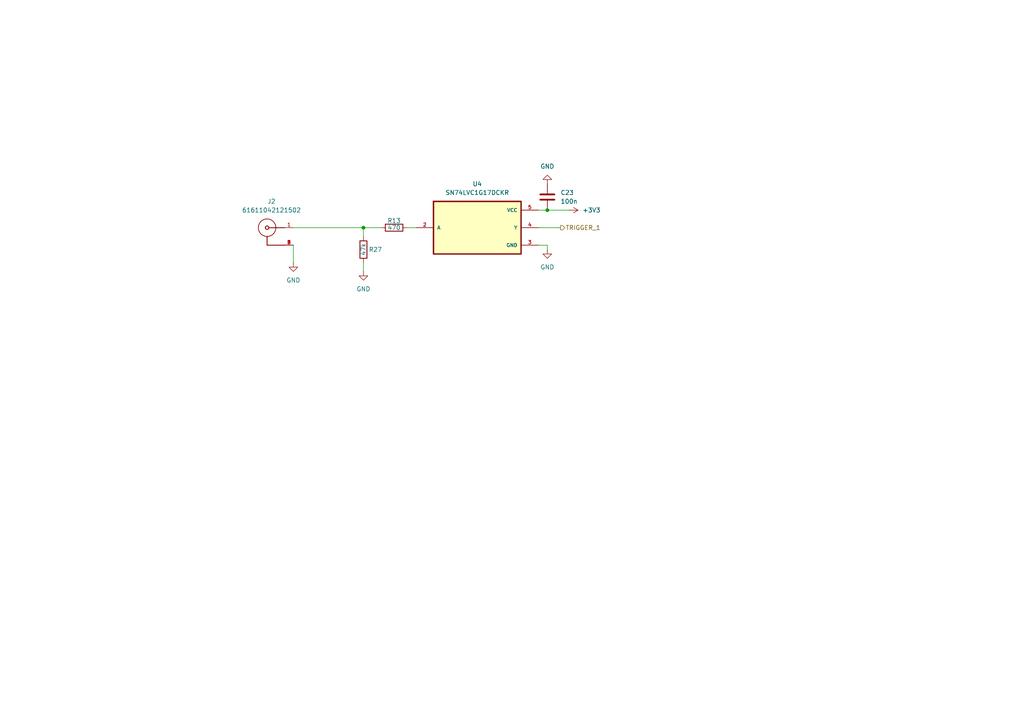
<source format=kicad_sch>
(kicad_sch (version 20250114) (generator "eeschema") (generator_version "9.0")
  (paper "A4")
  (title_block (title "OpenSync Input Trigger Ports") (date "2025-10-31") (rev "0.1") (company "OpenPIV Consortium") (comment 1 "Input ports for external triggers"))
  (lib_symbols
    (symbol "61611042121502:61611042121502" (pin_names (offset 1.016))
      (property "Reference" "J" (at 0 3.54 0))
      (property "Value" "61611042121502" (at -5.08 -8.08 0))
      (symbol "61611042121502_0_0"
        (circle (center 0 0) (radius 0.5) (stroke (width 0.254)))
        (circle (center 0 0) (radius 2.54) (stroke (width 0.2)))
        (polyline (pts (xy 0 -2.54) (xy 0 -5.08)) (stroke (width 0.254)))
        (polyline (pts (xy 0 -5.08) (xy 5.08 -5.08)) (stroke (width 0.254)))
        (polyline (pts (xy 5.08 0) (xy 0.54 0)) (stroke (width 0.254)))
        (pin passive line (at 7.62 0 180) (length 2.54) (name "~") (number "1"))
        (pin passive line (at 7.62 -5.08 180) (length 2.54) (name "~") (number "2"))
        (pin passive line (at 7.62 -5.08 180) (length 2.54) (name "~") (number "3"))
        (pin passive line (at 7.62 -5.08 180) (length 2.54) (name "~") (number "4"))
        (pin passive line (at 7.62 -5.08 180) (length 2.54) (name "~") (number "5"))
      )
    )
    (symbol "Device:C" (pin_numbers (hide yes)) (pin_names (offset 0.254))
      (property "Reference" "C" (at 0.635 2.54 0))
      (property "Value" "C" (at 0.635 -2.54 0))
      (symbol "C_0_1"
        (polyline (pts (xy -2.032 0.762) (xy 2.032 0.762)) (stroke (width 0.508)))
        (polyline (pts (xy -2.032 -0.762) (xy 2.032 -0.762)) (stroke (width 0.508)))
      )
      (symbol "C_1_1"
        (pin passive line (at 0 3.81 270) (length 2.794) (name "~") (number "1"))
        (pin passive line (at 0 -3.81 90) (length 2.794) (name "~") (number "2"))
      )
    )
    (symbol "Device:R" (pin_numbers (hide yes)) (pin_names (offset 0))
      (property "Reference" "R" (at 2.032 0 90))
      (property "Value" "R" (at 0 0 90))
      (symbol "R_0_1"
        (rectangle (start -1.016 -2.54) (end 1.016 2.54) (stroke (width 0.254)))
      )
      (symbol "R_1_1"
        (pin passive line (at 0 3.81 270) (length 1.27) (name "~") (number "1"))
        (pin passive line (at 0 -3.81 90) (length 1.27) (name "~") (number "2"))
      )
    )
    (symbol "SN74LVC1G17DCKR:SN74LVC1G17DCKR" (pin_names (offset 1.016))
      (property "Reference" "U" (at -12.7 8.62 0))
      (property "Value" "SN74LVC1G17DCKR" (at -12.7 -11.62 0))
      (symbol "SN74LVC1G17DCKR_0_0"
        (rectangle (start -12.7 -7.62) (end 12.7 7.62) (stroke (width 0.41)) (fill (type background)))
        (pin input line (at -17.78 0 0) (length 5.08) (name "A") (number "2"))
        (pin power_in line (at 17.78 5.08 180) (length 5.08) (name "VCC") (number "5"))
        (pin output line (at 17.78 0 180) (length 5.08) (name "Y") (number "4"))
        (pin power_in line (at 17.78 -5.08 180) (length 5.08) (name "GND") (number "3"))
      )
    )
    (symbol "power:+3V3" (power) (pin_numbers (hide yes)) (pin_names (offset 0) (hide yes))
      (property "Value" "+3V3" (at 0 3.556 0))
      (symbol "+3V3_0_1"
        (polyline (pts (xy -0.762 1.27) (xy 0 2.54)))
        (polyline (pts (xy 0 2.54) (xy 0.762 1.27)))
        (polyline (pts (xy 0 0) (xy 0 2.54)))
      )
      (symbol "+3V3_1_1"
        (pin power_in line (at 0 0 90) (length 0) (name "~") (number "1"))
      )
    )
    (symbol "power:GND" (power) (pin_numbers (hide yes)) (pin_names (offset 0) (hide yes))
      (property "Value" "GND" (at 0 -3.81 0))
      (symbol "GND_0_1"
        (polyline (pts (xy 0 0) (xy 0 -1.27) (xy 1.27 -1.27) (xy 0 -2.54) (xy -1.27 -1.27) (xy 0 -1.27)))
      )
      (symbol "GND_1_1"
        (pin power_in line (at 0 0 270) (length 0) (name "~") (number "1"))
      )
    )
  )
  (junction (at 158.75 60.96))
  (junction (at 105.41 66.04))
  (wire (pts (xy 158.75 72.39) (xy 158.75 71.12)))
  (wire (pts (xy 85.09 66.04) (xy 105.41 66.04)))
  (wire (pts (xy 156.21 60.96) (xy 158.75 60.96)))
  (wire (pts (xy 158.75 71.12) (xy 156.21 71.12)))
  (wire (pts (xy 105.41 76.2) (xy 105.41 78.74)))
  (wire (pts (xy 118.11 66.04) (xy 120.65 66.04)))
  (wire (pts (xy 110.49 66.04) (xy 105.41 66.04)))
  (wire (pts (xy 85.09 71.12) (xy 85.09 76.2)))
  (wire (pts (xy 105.41 66.04) (xy 105.41 68.58)))
  (wire (pts (xy 158.75 60.96) (xy 165.1 60.96)))
  (wire (pts (xy 156.21 66.04) (xy 162.56 66.04)))
  (hierarchical_label "TRIGGER_1" (shape output) (at 162.56 66.04 0))
  (symbol (lib_id "SN74LVC1G17DCKR:SN74LVC1G17DCKR") (at 138.43 66.04 0) (unit 1)
    (property "Reference" "U4" (at 138.43 53.34 0))
    (property "Value" "SN74LVC1G17DCKR" (at 138.43 55.88 0))
    (property "Footprint" "SN74LVC1G17DCKR:SOT65P210X110-5N" (effects (hide yes)))
    (property "DigiKey_Part_Number" "296-11934-1-ND" (effects (hide yes)))
    (property "SnapEDA_Link" "https://www.snapeda.com/parts/SN74LVC1G17DCKR/Texas+Instruments/view-part/?ref=snap" (effects (hide yes)))
    (property "Description_1" "Single 1.65-V to 5.5-V buffer with Schmitt-Trigger inputs" (effects (hide yes)))
    (property "MF" "Texas Instruments" (effects (hide yes)))
    (property "Package" "SC70-5 Texas Instruments" (effects (hide yes)))
    (property "Check_prices" "https://www.snapeda.com/parts/SN74LVC1G17DCKR/Texas+Instruments/view-part/?ref=eda" (effects (hide yes)))
    (property "MP" "SN74LVC1G17DCKR" (effects (hide yes)))
    (property "LCSC" "C10425" (effects (hide yes)))
  )
  (symbol (lib_id "Device:R") (at 105.41 72.39 0) (unit 1)
    (property "Reference" "R27" (at 106.934 72.39 0) (effects (justify left)))
    (property "Value" "47k" (at 105.41 74.168 90) (effects (justify left)))
    (property "Footprint" "Resistor_SMD:R_0402_1005Metric" (effects (hide yes)))
    (property "Description" "Resistor" (effects (hide yes)))
    (property "LCSC" "C176117" (effects (hide yes)))
  )
  (symbol (lib_id "Device:R") (at 114.3 66.04 90) (unit 1)
    (property "Reference" "R13" (at 114.3 64.008 90))
    (property "Value" "470" (at 114.3 66.04 90))
    (property "Footprint" "Resistor_SMD:R_0402_1005Metric" (effects (hide yes)))
    (property "Description" "Resistor" (effects (hide yes)))
    (property "LCSC" "C482182" (effects (hide yes)))
  )
  (symbol (lib_id "power:GND") (at 158.75 53.34 180) (unit 1)
    (property "Reference" "#PWR014" (effects (hide yes)))
    (property "Value" "GND" (at 158.75 48.26 0))
    (property "Description" "Power symbol creates a global label with name \"GND\" , ground" (effects (hide yes)))
  )
  (symbol (lib_id "61611042121502:61611042121502") (at 77.47 66.04 0) (unit 1)
    (property "Reference" "J2" (at 78.7535 58.42 0))
    (property "Value" "61611042121502" (at 78.7535 60.96 0))
    (property "Footprint" "61611042121502:61611042121502" (effects (hide yes)))
  )
  (symbol (lib_id "power:GND") (at 158.75 72.39 0) (unit 1)
    (property "Reference" "#PWR016" (effects (hide yes)))
    (property "Value" "GND" (at 158.75 77.47 0))
    (property "Description" "Power symbol creates a global label with name \"GND\" , ground" (effects (hide yes)))
  )
  (symbol (lib_id "power:GND") (at 105.41 78.74 0) (unit 1)
    (property "Reference" "#PWR017" (effects (hide yes)))
    (property "Value" "GND" (at 105.41 83.82 0))
    (property "Description" "Power symbol creates a global label with name \"GND\" , ground" (effects (hide yes)))
  )
  (symbol (lib_id "power:+3V3") (at 165.1 60.96 270) (unit 1)
    (property "Reference" "#PWR013" (effects (hide yes)))
    (property "Value" "+3V3" (at 168.91 60.9599 90) (effects (justify left)))
    (property "Description" "Power symbol creates a global label with name \"+3V3\"" (effects (hide yes)))
  )
  (symbol (lib_id "Device:C") (at 158.75 57.15 180) (unit 1)
    (property "Reference" "C23" (at 162.56 55.8799 0) (effects (justify right)))
    (property "Value" "100n" (at 162.56 58.4199 0) (effects (justify right)))
    (property "Footprint" "RP2350_80QFN_minimal:C_0402_1005Metric_small_pads" (effects (hide yes)))
    (property "Description" "Unpolarized capacitor" (effects (hide yes)))
    (property "LCSC" "C60474" (effects (hide yes)))
  )
  (symbol (lib_id "power:GND") (at 85.09 76.2 0) (unit 1)
    (property "Reference" "#PWR018" (effects (hide yes)))
    (property "Value" "GND" (at 85.09 81.28 0))
    (property "Description" "Power symbol creates a global label with name \"GND\" , ground" (effects (hide yes)))
  )
)
</source>
